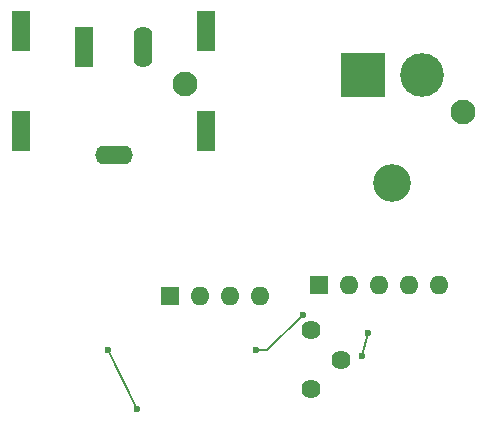
<source format=gbr>
%TF.GenerationSoftware,KiCad,Pcbnew,9.0.0*%
%TF.CreationDate,2025-03-20T16:07:02+05:30*%
%TF.ProjectId,demo-2,64656d6f-2d32-42e6-9b69-6361645f7063,rev?*%
%TF.SameCoordinates,Original*%
%TF.FileFunction,Copper,L2,Bot*%
%TF.FilePolarity,Positive*%
%FSLAX46Y46*%
G04 Gerber Fmt 4.6, Leading zero omitted, Abs format (unit mm)*
G04 Created by KiCad (PCBNEW 9.0.0) date 2025-03-20 16:07:02*
%MOMM*%
%LPD*%
G01*
G04 APERTURE LIST*
%TA.AperFunction,Conductor*%
%ADD10C,0.200000*%
%TD*%
%TA.AperFunction,ComponentPad*%
%ADD11R,1.600000X3.500000*%
%TD*%
%TA.AperFunction,ComponentPad*%
%ADD12O,1.600000X3.500000*%
%TD*%
%TA.AperFunction,ComponentPad*%
%ADD13C,2.100000*%
%TD*%
%TA.AperFunction,ComponentPad*%
%ADD14O,3.200000X1.600000*%
%TD*%
%TA.AperFunction,ComponentPad*%
%ADD15R,3.700000X3.700000*%
%TD*%
%TA.AperFunction,ComponentPad*%
%ADD16C,3.700000*%
%TD*%
%TA.AperFunction,ComponentPad*%
%ADD17C,3.200000*%
%TD*%
%TA.AperFunction,ComponentPad*%
%ADD18C,1.620000*%
%TD*%
%TA.AperFunction,ComponentPad*%
%ADD19R,1.600000X1.600000*%
%TD*%
%TA.AperFunction,ComponentPad*%
%ADD20O,1.600000X1.600000*%
%TD*%
%TA.AperFunction,ViaPad*%
%ADD21C,0.600000*%
%TD*%
G04 APERTURE END LIST*
D10*
%TO.N,Net-(U1-CV)*%
X129000000Y-98500000D02*
X126500000Y-93500000D01*
%TO.N,Net-(D2-K)*%
X148000000Y-94000000D02*
X148500000Y-92000000D01*
%TD*%
D11*
%TO.P,J2,1,Pin_1*%
%TO.N,Net-(J1-Pin_1)*%
X124500000Y-67787500D03*
D12*
%TO.P,J2,2,Pin_2*%
%TO.N,GND*%
X129500000Y-67787500D03*
D13*
%TO.P,J2,3*%
%TO.N,N/C*%
X133000000Y-70937500D03*
D14*
%TO.P,J2,4*%
X127000000Y-76937500D03*
D11*
%TO.P,J2,SH*%
X119150000Y-66437500D03*
X119150000Y-74937500D03*
X134850000Y-66437500D03*
X134850000Y-74937500D03*
%TD*%
D15*
%TO.P,J1,1,Pin_1*%
%TO.N,Net-(J1-Pin_1)*%
X148090000Y-70150000D03*
D16*
%TO.P,J1,2,Pin_2*%
%TO.N,Net-(J1-Pin_2)*%
X153090000Y-70150000D03*
D13*
%TO.P,J1,3*%
%TO.N,N/C*%
X156590000Y-73300000D03*
D17*
%TO.P,J1,4*%
X150590000Y-79300000D03*
%TD*%
D18*
%TO.P,RV1,1,1*%
%TO.N,Net-(D3-A)*%
X143740000Y-91800000D03*
%TO.P,RV1,2,2*%
%TO.N,Net-(U1-THR)*%
X146240000Y-94300000D03*
%TO.P,RV1,3,3*%
%TO.N,Net-(D2-K)*%
X143740000Y-96800000D03*
%TD*%
D19*
%TO.P,R1,1*%
%TO.N,Net-(Q1-G)*%
X131740000Y-88870000D03*
D20*
%TO.P,R1,2*%
%TO.N,Net-(U1-Q)*%
X134280000Y-88870000D03*
%TO.P,R1,3*%
%TO.N,N/C*%
X136820000Y-88870000D03*
%TO.P,R1,4*%
X139360000Y-88870000D03*
%TD*%
D19*
%TO.P,R2,1*%
%TO.N,Net-(J1-Pin_1)*%
X144340000Y-88000000D03*
D20*
%TO.P,R2,2*%
%TO.N,Net-(D2-A)*%
X146880000Y-88000000D03*
%TO.P,R2,3*%
%TO.N,N/C*%
X149420000Y-88000000D03*
%TO.P,R2,4*%
X151960000Y-88000000D03*
%TO.P,R2,5*%
X154500000Y-88000000D03*
%TD*%
D21*
%TO.N,Net-(U1-CV)*%
X126500000Y-93500000D03*
X129000000Y-98500000D03*
%TO.N,Net-(D2-K)*%
X148500000Y-92000000D03*
X148000000Y-94000000D03*
%TO.N,Net-(D2-A)*%
X143000000Y-90500000D03*
X139000000Y-93500000D03*
X143000000Y-90500000D03*
X143000000Y-90500000D03*
%TD*%
D10*
%TO.N,Net-(D2-A)*%
X143000000Y-90500000D02*
X140000000Y-93500000D01*
X140000000Y-93500000D02*
X139101000Y-93500000D01*
%TD*%
M02*

</source>
